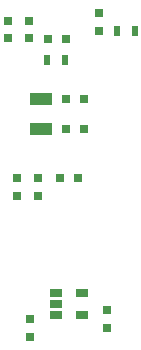
<source format=gbr>
G04 #@! TF.FileFunction,Paste,Bot*
%FSLAX46Y46*%
G04 Gerber Fmt 4.6, Leading zero omitted, Abs format (unit mm)*
G04 Created by KiCad (PCBNEW 4.0.2-stable) date 10/8/2016 11:45:13 AM*
%MOMM*%
G01*
G04 APERTURE LIST*
%ADD10C,0.100000*%
%ADD11R,0.750000X0.800000*%
%ADD12R,0.800000X0.750000*%
%ADD13R,0.500000X0.900000*%
%ADD14R,1.060000X0.650000*%
%ADD15R,1.900000X1.100000*%
G04 APERTURE END LIST*
D10*
D11*
X31242000Y-46748000D03*
X31242000Y-48248000D03*
X37719000Y-45986000D03*
X37719000Y-47486000D03*
D12*
X32778000Y-22987000D03*
X34278000Y-22987000D03*
D11*
X30099000Y-34810000D03*
X30099000Y-36310000D03*
X37084000Y-22340000D03*
X37084000Y-20840000D03*
X29337000Y-22975000D03*
X29337000Y-21475000D03*
X31115000Y-22975000D03*
X31115000Y-21475000D03*
D12*
X35802000Y-30607000D03*
X34302000Y-30607000D03*
X35802000Y-28067000D03*
X34302000Y-28067000D03*
D11*
X31877000Y-36310000D03*
X31877000Y-34810000D03*
D12*
X35294000Y-34798000D03*
X33794000Y-34798000D03*
D13*
X34151000Y-24765000D03*
X32651000Y-24765000D03*
X38608000Y-22352000D03*
X40108000Y-22352000D03*
D14*
X33444000Y-46416000D03*
X33444000Y-45466000D03*
X33444000Y-44516000D03*
X35644000Y-44516000D03*
X35644000Y-46416000D03*
D15*
X32131000Y-28107000D03*
X32131000Y-30607000D03*
M02*

</source>
